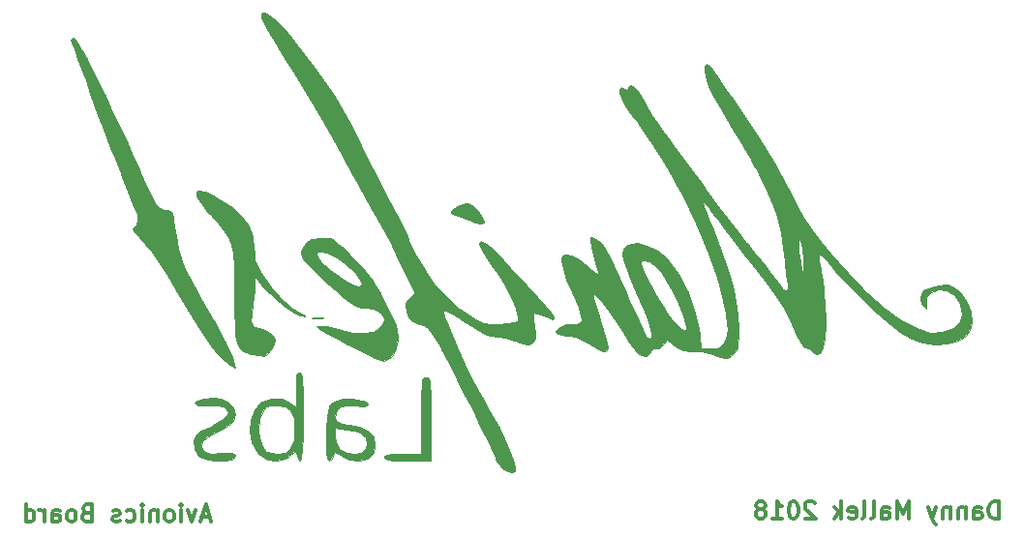
<source format=gbo>
G04 #@! TF.FileFunction,Legend,Bot*
%FSLAX46Y46*%
G04 Gerber Fmt 4.6, Leading zero omitted, Abs format (unit mm)*
G04 Created by KiCad (PCBNEW 4.0.7) date 06/23/18 17:57:27*
%MOMM*%
%LPD*%
G01*
G04 APERTURE LIST*
%ADD10C,0.100000*%
%ADD11C,0.300000*%
%ADD12C,0.010000*%
G04 APERTURE END LIST*
D10*
D11*
X82493429Y-102040500D02*
X81779143Y-102040500D01*
X82636286Y-102469071D02*
X82136286Y-100969071D01*
X81636286Y-102469071D01*
X81279143Y-101469071D02*
X80922000Y-102469071D01*
X80564858Y-101469071D01*
X79993429Y-102469071D02*
X79993429Y-101469071D01*
X79993429Y-100969071D02*
X80064858Y-101040500D01*
X79993429Y-101111929D01*
X79922001Y-101040500D01*
X79993429Y-100969071D01*
X79993429Y-101111929D01*
X79064857Y-102469071D02*
X79207715Y-102397643D01*
X79279143Y-102326214D01*
X79350572Y-102183357D01*
X79350572Y-101754786D01*
X79279143Y-101611929D01*
X79207715Y-101540500D01*
X79064857Y-101469071D01*
X78850572Y-101469071D01*
X78707715Y-101540500D01*
X78636286Y-101611929D01*
X78564857Y-101754786D01*
X78564857Y-102183357D01*
X78636286Y-102326214D01*
X78707715Y-102397643D01*
X78850572Y-102469071D01*
X79064857Y-102469071D01*
X77922000Y-101469071D02*
X77922000Y-102469071D01*
X77922000Y-101611929D02*
X77850572Y-101540500D01*
X77707714Y-101469071D01*
X77493429Y-101469071D01*
X77350572Y-101540500D01*
X77279143Y-101683357D01*
X77279143Y-102469071D01*
X76564857Y-102469071D02*
X76564857Y-101469071D01*
X76564857Y-100969071D02*
X76636286Y-101040500D01*
X76564857Y-101111929D01*
X76493429Y-101040500D01*
X76564857Y-100969071D01*
X76564857Y-101111929D01*
X75207714Y-102397643D02*
X75350571Y-102469071D01*
X75636285Y-102469071D01*
X75779143Y-102397643D01*
X75850571Y-102326214D01*
X75922000Y-102183357D01*
X75922000Y-101754786D01*
X75850571Y-101611929D01*
X75779143Y-101540500D01*
X75636285Y-101469071D01*
X75350571Y-101469071D01*
X75207714Y-101540500D01*
X74636286Y-102397643D02*
X74493429Y-102469071D01*
X74207714Y-102469071D01*
X74064857Y-102397643D01*
X73993429Y-102254786D01*
X73993429Y-102183357D01*
X74064857Y-102040500D01*
X74207714Y-101969071D01*
X74422000Y-101969071D01*
X74564857Y-101897643D01*
X74636286Y-101754786D01*
X74636286Y-101683357D01*
X74564857Y-101540500D01*
X74422000Y-101469071D01*
X74207714Y-101469071D01*
X74064857Y-101540500D01*
X71707714Y-101683357D02*
X71493428Y-101754786D01*
X71422000Y-101826214D01*
X71350571Y-101969071D01*
X71350571Y-102183357D01*
X71422000Y-102326214D01*
X71493428Y-102397643D01*
X71636286Y-102469071D01*
X72207714Y-102469071D01*
X72207714Y-100969071D01*
X71707714Y-100969071D01*
X71564857Y-101040500D01*
X71493428Y-101111929D01*
X71422000Y-101254786D01*
X71422000Y-101397643D01*
X71493428Y-101540500D01*
X71564857Y-101611929D01*
X71707714Y-101683357D01*
X72207714Y-101683357D01*
X70493428Y-102469071D02*
X70636286Y-102397643D01*
X70707714Y-102326214D01*
X70779143Y-102183357D01*
X70779143Y-101754786D01*
X70707714Y-101611929D01*
X70636286Y-101540500D01*
X70493428Y-101469071D01*
X70279143Y-101469071D01*
X70136286Y-101540500D01*
X70064857Y-101611929D01*
X69993428Y-101754786D01*
X69993428Y-102183357D01*
X70064857Y-102326214D01*
X70136286Y-102397643D01*
X70279143Y-102469071D01*
X70493428Y-102469071D01*
X68707714Y-102469071D02*
X68707714Y-101683357D01*
X68779143Y-101540500D01*
X68922000Y-101469071D01*
X69207714Y-101469071D01*
X69350571Y-101540500D01*
X68707714Y-102397643D02*
X68850571Y-102469071D01*
X69207714Y-102469071D01*
X69350571Y-102397643D01*
X69422000Y-102254786D01*
X69422000Y-102111929D01*
X69350571Y-101969071D01*
X69207714Y-101897643D01*
X68850571Y-101897643D01*
X68707714Y-101826214D01*
X67993428Y-102469071D02*
X67993428Y-101469071D01*
X67993428Y-101754786D02*
X67922000Y-101611929D01*
X67850571Y-101540500D01*
X67707714Y-101469071D01*
X67564857Y-101469071D01*
X66422000Y-102469071D02*
X66422000Y-100969071D01*
X66422000Y-102397643D02*
X66564857Y-102469071D01*
X66850571Y-102469071D01*
X66993429Y-102397643D01*
X67064857Y-102326214D01*
X67136286Y-102183357D01*
X67136286Y-101754786D01*
X67064857Y-101611929D01*
X66993429Y-101540500D01*
X66850571Y-101469071D01*
X66564857Y-101469071D01*
X66422000Y-101540500D01*
X151477927Y-102215071D02*
X151477927Y-100715071D01*
X151120784Y-100715071D01*
X150906499Y-100786500D01*
X150763641Y-100929357D01*
X150692213Y-101072214D01*
X150620784Y-101357929D01*
X150620784Y-101572214D01*
X150692213Y-101857929D01*
X150763641Y-102000786D01*
X150906499Y-102143643D01*
X151120784Y-102215071D01*
X151477927Y-102215071D01*
X149335070Y-102215071D02*
X149335070Y-101429357D01*
X149406499Y-101286500D01*
X149549356Y-101215071D01*
X149835070Y-101215071D01*
X149977927Y-101286500D01*
X149335070Y-102143643D02*
X149477927Y-102215071D01*
X149835070Y-102215071D01*
X149977927Y-102143643D01*
X150049356Y-102000786D01*
X150049356Y-101857929D01*
X149977927Y-101715071D01*
X149835070Y-101643643D01*
X149477927Y-101643643D01*
X149335070Y-101572214D01*
X148620784Y-101215071D02*
X148620784Y-102215071D01*
X148620784Y-101357929D02*
X148549356Y-101286500D01*
X148406498Y-101215071D01*
X148192213Y-101215071D01*
X148049356Y-101286500D01*
X147977927Y-101429357D01*
X147977927Y-102215071D01*
X147263641Y-101215071D02*
X147263641Y-102215071D01*
X147263641Y-101357929D02*
X147192213Y-101286500D01*
X147049355Y-101215071D01*
X146835070Y-101215071D01*
X146692213Y-101286500D01*
X146620784Y-101429357D01*
X146620784Y-102215071D01*
X146049355Y-101215071D02*
X145692212Y-102215071D01*
X145335070Y-101215071D02*
X145692212Y-102215071D01*
X145835070Y-102572214D01*
X145906498Y-102643643D01*
X146049355Y-102715071D01*
X143620784Y-102215071D02*
X143620784Y-100715071D01*
X143120784Y-101786500D01*
X142620784Y-100715071D01*
X142620784Y-102215071D01*
X141263641Y-102215071D02*
X141263641Y-101429357D01*
X141335070Y-101286500D01*
X141477927Y-101215071D01*
X141763641Y-101215071D01*
X141906498Y-101286500D01*
X141263641Y-102143643D02*
X141406498Y-102215071D01*
X141763641Y-102215071D01*
X141906498Y-102143643D01*
X141977927Y-102000786D01*
X141977927Y-101857929D01*
X141906498Y-101715071D01*
X141763641Y-101643643D01*
X141406498Y-101643643D01*
X141263641Y-101572214D01*
X140335069Y-102215071D02*
X140477927Y-102143643D01*
X140549355Y-102000786D01*
X140549355Y-100715071D01*
X139549355Y-102215071D02*
X139692213Y-102143643D01*
X139763641Y-102000786D01*
X139763641Y-100715071D01*
X138406499Y-102143643D02*
X138549356Y-102215071D01*
X138835070Y-102215071D01*
X138977927Y-102143643D01*
X139049356Y-102000786D01*
X139049356Y-101429357D01*
X138977927Y-101286500D01*
X138835070Y-101215071D01*
X138549356Y-101215071D01*
X138406499Y-101286500D01*
X138335070Y-101429357D01*
X138335070Y-101572214D01*
X139049356Y-101715071D01*
X137692213Y-102215071D02*
X137692213Y-100715071D01*
X137549356Y-101643643D02*
X137120785Y-102215071D01*
X137120785Y-101215071D02*
X137692213Y-101786500D01*
X135406499Y-100857929D02*
X135335070Y-100786500D01*
X135192213Y-100715071D01*
X134835070Y-100715071D01*
X134692213Y-100786500D01*
X134620784Y-100857929D01*
X134549356Y-101000786D01*
X134549356Y-101143643D01*
X134620784Y-101357929D01*
X135477927Y-102215071D01*
X134549356Y-102215071D01*
X133620785Y-100715071D02*
X133477928Y-100715071D01*
X133335071Y-100786500D01*
X133263642Y-100857929D01*
X133192213Y-101000786D01*
X133120785Y-101286500D01*
X133120785Y-101643643D01*
X133192213Y-101929357D01*
X133263642Y-102072214D01*
X133335071Y-102143643D01*
X133477928Y-102215071D01*
X133620785Y-102215071D01*
X133763642Y-102143643D01*
X133835071Y-102072214D01*
X133906499Y-101929357D01*
X133977928Y-101643643D01*
X133977928Y-101286500D01*
X133906499Y-101000786D01*
X133835071Y-100857929D01*
X133763642Y-100786500D01*
X133620785Y-100715071D01*
X131692214Y-102215071D02*
X132549357Y-102215071D01*
X132120785Y-102215071D02*
X132120785Y-100715071D01*
X132263642Y-100929357D01*
X132406500Y-101072214D01*
X132549357Y-101143643D01*
X130835071Y-101357929D02*
X130977929Y-101286500D01*
X131049357Y-101215071D01*
X131120786Y-101072214D01*
X131120786Y-101000786D01*
X131049357Y-100857929D01*
X130977929Y-100786500D01*
X130835071Y-100715071D01*
X130549357Y-100715071D01*
X130406500Y-100786500D01*
X130335071Y-100857929D01*
X130263643Y-101000786D01*
X130263643Y-101072214D01*
X130335071Y-101215071D01*
X130406500Y-101286500D01*
X130549357Y-101357929D01*
X130835071Y-101357929D01*
X130977929Y-101429357D01*
X131049357Y-101500786D01*
X131120786Y-101643643D01*
X131120786Y-101929357D01*
X131049357Y-102072214D01*
X130977929Y-102143643D01*
X130835071Y-102215071D01*
X130549357Y-102215071D01*
X130406500Y-102143643D01*
X130335071Y-102072214D01*
X130263643Y-101929357D01*
X130263643Y-101643643D01*
X130335071Y-101500786D01*
X130406500Y-101429357D01*
X130549357Y-101357929D01*
D12*
G36*
X86969600Y-58109187D02*
X87035605Y-58370709D01*
X87243198Y-58827957D01*
X87606748Y-59505982D01*
X88140624Y-60429836D01*
X88859193Y-61624574D01*
X89776826Y-63115248D01*
X90576203Y-64397595D01*
X91483048Y-65890334D01*
X92545281Y-67716795D01*
X93743865Y-69843631D01*
X95059765Y-72237499D01*
X95214051Y-72521580D01*
X95693106Y-73398769D01*
X96218200Y-74350652D01*
X96745112Y-75298175D01*
X97229622Y-76162283D01*
X97627512Y-76863922D01*
X97894560Y-77324039D01*
X97960694Y-77431900D01*
X98142278Y-77762344D01*
X98431271Y-78339100D01*
X98765969Y-79038935D01*
X98774649Y-79057500D01*
X99184076Y-79924133D01*
X99618087Y-80828097D01*
X99916421Y-81438944D01*
X100441026Y-82499589D01*
X99962543Y-82887041D01*
X99660207Y-83188241D01*
X99579514Y-83517533D01*
X99677433Y-84051963D01*
X99678431Y-84055975D01*
X99852128Y-84562508D01*
X100138235Y-84870953D01*
X100668590Y-85111824D01*
X100787200Y-85153601D01*
X101208429Y-85319488D01*
X101538032Y-85528921D01*
X101842076Y-85856823D01*
X102186625Y-86378116D01*
X102637745Y-87167723D01*
X102763115Y-87394422D01*
X103169442Y-88148814D01*
X103666745Y-89099633D01*
X104226184Y-90188817D01*
X104818923Y-91358306D01*
X105416123Y-92550036D01*
X105988945Y-93705948D01*
X106508553Y-94767979D01*
X106946107Y-95678068D01*
X107272770Y-96378153D01*
X107459704Y-96810174D01*
X107492800Y-96916993D01*
X107607731Y-97179858D01*
X107887099Y-97588417D01*
X107913949Y-97622896D01*
X108356931Y-98012667D01*
X108815869Y-98158881D01*
X109166819Y-98028377D01*
X109210868Y-97969877D01*
X109206501Y-97653531D01*
X109025322Y-97048544D01*
X108695780Y-96217033D01*
X108246325Y-95221110D01*
X107705404Y-94122892D01*
X107101466Y-92984494D01*
X106462960Y-91868029D01*
X106269356Y-91547365D01*
X105883238Y-90902837D01*
X105597433Y-90399680D01*
X105464457Y-90130968D01*
X105460800Y-90114338D01*
X105379571Y-89900761D01*
X105155448Y-89384835D01*
X104817784Y-88632308D01*
X104395927Y-87708925D01*
X104131725Y-87137123D01*
X103677109Y-86132369D01*
X103297229Y-85245318D01*
X103020496Y-84546178D01*
X102875317Y-84105155D01*
X102861725Y-83998555D01*
X103049908Y-83970174D01*
X103541021Y-84201312D01*
X104328197Y-84688451D01*
X104714377Y-84947349D01*
X105498381Y-85457182D01*
X106199784Y-85869252D01*
X106727600Y-86132515D01*
X106949577Y-86201305D01*
X107771643Y-86274244D01*
X108350255Y-86371590D01*
X108848255Y-86526786D01*
X109162674Y-86655767D01*
X109871008Y-86915295D01*
X110352053Y-86952672D01*
X110717356Y-86770134D01*
X110805381Y-86688691D01*
X110971546Y-86415484D01*
X110999490Y-85991106D01*
X110908498Y-85347021D01*
X110815877Y-84742839D01*
X110784091Y-84325357D01*
X110801404Y-84215562D01*
X111022599Y-84232943D01*
X111470134Y-84379179D01*
X111620675Y-84439632D01*
X112115847Y-84636041D01*
X112430399Y-84741419D01*
X112464674Y-84747100D01*
X112589806Y-84650893D01*
X112464569Y-84350738D01*
X112076122Y-83829333D01*
X111411623Y-83069377D01*
X110490000Y-82086724D01*
X109696121Y-81249077D01*
X108954039Y-80450223D01*
X108333558Y-79766406D01*
X107904482Y-79273869D01*
X107820212Y-79170637D01*
X107324104Y-78640040D01*
X106797836Y-78215304D01*
X106651812Y-78128523D01*
X106252987Y-77944463D01*
X106095832Y-77972996D01*
X106070400Y-78172100D01*
X106184887Y-78487577D01*
X106489513Y-79025062D01*
X106926029Y-79684905D01*
X107082356Y-79903292D01*
X107790817Y-80943663D01*
X108410433Y-81985274D01*
X108912592Y-82965291D01*
X109268681Y-83820882D01*
X109450088Y-84489213D01*
X109428201Y-84907450D01*
X109387574Y-84965606D01*
X109104321Y-85061938D01*
X108539166Y-85137998D01*
X107843858Y-85176244D01*
X107039381Y-85167939D01*
X106445406Y-85066904D01*
X105868203Y-84822344D01*
X105338202Y-84519245D01*
X104226508Y-83734362D01*
X103129469Y-82754993D01*
X102168409Y-81700555D01*
X101485573Y-80727187D01*
X101124204Y-80125976D01*
X100804532Y-79638880D01*
X100672908Y-79463900D01*
X100460116Y-79111403D01*
X100186517Y-78523699D01*
X99992969Y-78041500D01*
X99745624Y-77465994D01*
X99345541Y-76630990D01*
X98839833Y-75630856D01*
X98275618Y-74559958D01*
X98014632Y-74079100D01*
X97402292Y-72937227D01*
X96792093Y-71755885D01*
X96243452Y-70652948D01*
X95815789Y-69746290D01*
X95709973Y-69507100D01*
X94659004Y-67353011D01*
X93320705Y-65108049D01*
X91674009Y-62740329D01*
X89697847Y-60217966D01*
X89089726Y-59488084D01*
X88427700Y-58767188D01*
X87837461Y-58242845D01*
X87366425Y-57945896D01*
X87062009Y-57907179D01*
X86969600Y-58109187D01*
X86969600Y-58109187D01*
G37*
X86969600Y-58109187D02*
X87035605Y-58370709D01*
X87243198Y-58827957D01*
X87606748Y-59505982D01*
X88140624Y-60429836D01*
X88859193Y-61624574D01*
X89776826Y-63115248D01*
X90576203Y-64397595D01*
X91483048Y-65890334D01*
X92545281Y-67716795D01*
X93743865Y-69843631D01*
X95059765Y-72237499D01*
X95214051Y-72521580D01*
X95693106Y-73398769D01*
X96218200Y-74350652D01*
X96745112Y-75298175D01*
X97229622Y-76162283D01*
X97627512Y-76863922D01*
X97894560Y-77324039D01*
X97960694Y-77431900D01*
X98142278Y-77762344D01*
X98431271Y-78339100D01*
X98765969Y-79038935D01*
X98774649Y-79057500D01*
X99184076Y-79924133D01*
X99618087Y-80828097D01*
X99916421Y-81438944D01*
X100441026Y-82499589D01*
X99962543Y-82887041D01*
X99660207Y-83188241D01*
X99579514Y-83517533D01*
X99677433Y-84051963D01*
X99678431Y-84055975D01*
X99852128Y-84562508D01*
X100138235Y-84870953D01*
X100668590Y-85111824D01*
X100787200Y-85153601D01*
X101208429Y-85319488D01*
X101538032Y-85528921D01*
X101842076Y-85856823D01*
X102186625Y-86378116D01*
X102637745Y-87167723D01*
X102763115Y-87394422D01*
X103169442Y-88148814D01*
X103666745Y-89099633D01*
X104226184Y-90188817D01*
X104818923Y-91358306D01*
X105416123Y-92550036D01*
X105988945Y-93705948D01*
X106508553Y-94767979D01*
X106946107Y-95678068D01*
X107272770Y-96378153D01*
X107459704Y-96810174D01*
X107492800Y-96916993D01*
X107607731Y-97179858D01*
X107887099Y-97588417D01*
X107913949Y-97622896D01*
X108356931Y-98012667D01*
X108815869Y-98158881D01*
X109166819Y-98028377D01*
X109210868Y-97969877D01*
X109206501Y-97653531D01*
X109025322Y-97048544D01*
X108695780Y-96217033D01*
X108246325Y-95221110D01*
X107705404Y-94122892D01*
X107101466Y-92984494D01*
X106462960Y-91868029D01*
X106269356Y-91547365D01*
X105883238Y-90902837D01*
X105597433Y-90399680D01*
X105464457Y-90130968D01*
X105460800Y-90114338D01*
X105379571Y-89900761D01*
X105155448Y-89384835D01*
X104817784Y-88632308D01*
X104395927Y-87708925D01*
X104131725Y-87137123D01*
X103677109Y-86132369D01*
X103297229Y-85245318D01*
X103020496Y-84546178D01*
X102875317Y-84105155D01*
X102861725Y-83998555D01*
X103049908Y-83970174D01*
X103541021Y-84201312D01*
X104328197Y-84688451D01*
X104714377Y-84947349D01*
X105498381Y-85457182D01*
X106199784Y-85869252D01*
X106727600Y-86132515D01*
X106949577Y-86201305D01*
X107771643Y-86274244D01*
X108350255Y-86371590D01*
X108848255Y-86526786D01*
X109162674Y-86655767D01*
X109871008Y-86915295D01*
X110352053Y-86952672D01*
X110717356Y-86770134D01*
X110805381Y-86688691D01*
X110971546Y-86415484D01*
X110999490Y-85991106D01*
X110908498Y-85347021D01*
X110815877Y-84742839D01*
X110784091Y-84325357D01*
X110801404Y-84215562D01*
X111022599Y-84232943D01*
X111470134Y-84379179D01*
X111620675Y-84439632D01*
X112115847Y-84636041D01*
X112430399Y-84741419D01*
X112464674Y-84747100D01*
X112589806Y-84650893D01*
X112464569Y-84350738D01*
X112076122Y-83829333D01*
X111411623Y-83069377D01*
X110490000Y-82086724D01*
X109696121Y-81249077D01*
X108954039Y-80450223D01*
X108333558Y-79766406D01*
X107904482Y-79273869D01*
X107820212Y-79170637D01*
X107324104Y-78640040D01*
X106797836Y-78215304D01*
X106651812Y-78128523D01*
X106252987Y-77944463D01*
X106095832Y-77972996D01*
X106070400Y-78172100D01*
X106184887Y-78487577D01*
X106489513Y-79025062D01*
X106926029Y-79684905D01*
X107082356Y-79903292D01*
X107790817Y-80943663D01*
X108410433Y-81985274D01*
X108912592Y-82965291D01*
X109268681Y-83820882D01*
X109450088Y-84489213D01*
X109428201Y-84907450D01*
X109387574Y-84965606D01*
X109104321Y-85061938D01*
X108539166Y-85137998D01*
X107843858Y-85176244D01*
X107039381Y-85167939D01*
X106445406Y-85066904D01*
X105868203Y-84822344D01*
X105338202Y-84519245D01*
X104226508Y-83734362D01*
X103129469Y-82754993D01*
X102168409Y-81700555D01*
X101485573Y-80727187D01*
X101124204Y-80125976D01*
X100804532Y-79638880D01*
X100672908Y-79463900D01*
X100460116Y-79111403D01*
X100186517Y-78523699D01*
X99992969Y-78041500D01*
X99745624Y-77465994D01*
X99345541Y-76630990D01*
X98839833Y-75630856D01*
X98275618Y-74559958D01*
X98014632Y-74079100D01*
X97402292Y-72937227D01*
X96792093Y-71755885D01*
X96243452Y-70652948D01*
X95815789Y-69746290D01*
X95709973Y-69507100D01*
X94659004Y-67353011D01*
X93320705Y-65108049D01*
X91674009Y-62740329D01*
X89697847Y-60217966D01*
X89089726Y-59488084D01*
X88427700Y-58767188D01*
X87837461Y-58242845D01*
X87366425Y-57945896D01*
X87062009Y-57907179D01*
X86969600Y-58109187D01*
G36*
X101246825Y-89845631D02*
X101139127Y-89939625D01*
X101066726Y-90166682D01*
X101022640Y-90584399D01*
X100999886Y-91250377D01*
X100991484Y-92222214D01*
X100990400Y-93179900D01*
X100990400Y-96532700D01*
X99364800Y-96532700D01*
X98530719Y-96547056D01*
X98030156Y-96599144D01*
X97790950Y-96702496D01*
X97739200Y-96837500D01*
X97806348Y-96979634D01*
X98052355Y-97070887D01*
X98544065Y-97121286D01*
X99348322Y-97140857D01*
X99771200Y-97142300D01*
X101803200Y-97142300D01*
X101803200Y-93484700D01*
X101801276Y-92184395D01*
X101791414Y-91235312D01*
X101767486Y-90582277D01*
X101723360Y-90170117D01*
X101652906Y-89943657D01*
X101549993Y-89847724D01*
X101408492Y-89827144D01*
X101396800Y-89827100D01*
X101246825Y-89845631D01*
X101246825Y-89845631D01*
G37*
X101246825Y-89845631D02*
X101139127Y-89939625D01*
X101066726Y-90166682D01*
X101022640Y-90584399D01*
X100999886Y-91250377D01*
X100991484Y-92222214D01*
X100990400Y-93179900D01*
X100990400Y-96532700D01*
X99364800Y-96532700D01*
X98530719Y-96547056D01*
X98030156Y-96599144D01*
X97790950Y-96702496D01*
X97739200Y-96837500D01*
X97806348Y-96979634D01*
X98052355Y-97070887D01*
X98544065Y-97121286D01*
X99348322Y-97140857D01*
X99771200Y-97142300D01*
X101803200Y-97142300D01*
X101803200Y-93484700D01*
X101801276Y-92184395D01*
X101791414Y-91235312D01*
X101767486Y-90582277D01*
X101723360Y-90170117D01*
X101652906Y-89943657D01*
X101549993Y-89847724D01*
X101408492Y-89827144D01*
X101396800Y-89827100D01*
X101246825Y-89845631D01*
G36*
X94106369Y-91703324D02*
X93399485Y-91936366D01*
X93240512Y-92043924D01*
X93032836Y-92239826D01*
X92891878Y-92482952D01*
X92801429Y-92854436D01*
X92745282Y-93435414D01*
X92707228Y-94307023D01*
X92692515Y-94787124D01*
X92669449Y-95806703D01*
X92675237Y-96486230D01*
X92716969Y-96891472D01*
X92801739Y-97088195D01*
X92936640Y-97142165D01*
X92946515Y-97142300D01*
X93213697Y-96972522D01*
X93268800Y-96735900D01*
X93319382Y-96405266D01*
X93389150Y-96329500D01*
X93616470Y-96442879D01*
X94002758Y-96717592D01*
X94026153Y-96735900D01*
X94715023Y-97056300D01*
X95529425Y-97126004D01*
X96282341Y-96938132D01*
X96474787Y-96825977D01*
X96808641Y-96444872D01*
X96924225Y-95853802D01*
X96926400Y-95723126D01*
X96922337Y-95702071D01*
X96240038Y-95702071D01*
X96117708Y-96118624D01*
X95746024Y-96428872D01*
X95164853Y-96547600D01*
X94523423Y-96474296D01*
X93970962Y-96208449D01*
X93878400Y-96126300D01*
X93546717Y-95533523D01*
X93472000Y-94996249D01*
X93472000Y-94272598D01*
X94437200Y-94412622D01*
X95087699Y-94532847D01*
X95606700Y-94673402D01*
X95744239Y-94729657D01*
X96133418Y-95133800D01*
X96240038Y-95702071D01*
X96922337Y-95702071D01*
X96787438Y-95003035D01*
X96350428Y-94483605D01*
X95585189Y-94141401D01*
X94674176Y-93974617D01*
X94005103Y-93886376D01*
X93645380Y-93778471D01*
X93499511Y-93595735D01*
X93472001Y-93283001D01*
X93472000Y-93280134D01*
X93576618Y-92722461D01*
X93922568Y-92401555D01*
X94557994Y-92290835D01*
X95203002Y-92324382D01*
X95888120Y-92352204D01*
X96257343Y-92278121D01*
X96283119Y-92123999D01*
X95937896Y-91911705D01*
X95795572Y-91854070D01*
X94960099Y-91671803D01*
X94106369Y-91703324D01*
X94106369Y-91703324D01*
G37*
X94106369Y-91703324D02*
X93399485Y-91936366D01*
X93240512Y-92043924D01*
X93032836Y-92239826D01*
X92891878Y-92482952D01*
X92801429Y-92854436D01*
X92745282Y-93435414D01*
X92707228Y-94307023D01*
X92692515Y-94787124D01*
X92669449Y-95806703D01*
X92675237Y-96486230D01*
X92716969Y-96891472D01*
X92801739Y-97088195D01*
X92936640Y-97142165D01*
X92946515Y-97142300D01*
X93213697Y-96972522D01*
X93268800Y-96735900D01*
X93319382Y-96405266D01*
X93389150Y-96329500D01*
X93616470Y-96442879D01*
X94002758Y-96717592D01*
X94026153Y-96735900D01*
X94715023Y-97056300D01*
X95529425Y-97126004D01*
X96282341Y-96938132D01*
X96474787Y-96825977D01*
X96808641Y-96444872D01*
X96924225Y-95853802D01*
X96926400Y-95723126D01*
X96922337Y-95702071D01*
X96240038Y-95702071D01*
X96117708Y-96118624D01*
X95746024Y-96428872D01*
X95164853Y-96547600D01*
X94523423Y-96474296D01*
X93970962Y-96208449D01*
X93878400Y-96126300D01*
X93546717Y-95533523D01*
X93472000Y-94996249D01*
X93472000Y-94272598D01*
X94437200Y-94412622D01*
X95087699Y-94532847D01*
X95606700Y-94673402D01*
X95744239Y-94729657D01*
X96133418Y-95133800D01*
X96240038Y-95702071D01*
X96922337Y-95702071D01*
X96787438Y-95003035D01*
X96350428Y-94483605D01*
X95585189Y-94141401D01*
X94674176Y-93974617D01*
X94005103Y-93886376D01*
X93645380Y-93778471D01*
X93499511Y-93595735D01*
X93472001Y-93283001D01*
X93472000Y-93280134D01*
X93576618Y-92722461D01*
X93922568Y-92401555D01*
X94557994Y-92290835D01*
X95203002Y-92324382D01*
X95888120Y-92352204D01*
X96257343Y-92278121D01*
X96283119Y-92123999D01*
X95937896Y-91911705D01*
X95795572Y-91854070D01*
X94960099Y-91671803D01*
X94106369Y-91703324D01*
G36*
X90162289Y-89500027D02*
X90067986Y-89786877D01*
X90024970Y-90354554D01*
X90017600Y-90959448D01*
X90017600Y-92498196D01*
X89482197Y-92077048D01*
X88737187Y-91726884D01*
X87887796Y-91681163D01*
X87096756Y-91940125D01*
X86900302Y-92073195D01*
X86380449Y-92719822D01*
X86083136Y-93588444D01*
X86011901Y-94558710D01*
X86170285Y-95510270D01*
X86561827Y-96322773D01*
X86768174Y-96565735D01*
X87491327Y-97026193D01*
X88326116Y-97153096D01*
X89144317Y-96938511D01*
X89467494Y-96732717D01*
X89988194Y-96323134D01*
X90118190Y-96732717D01*
X90277276Y-97112508D01*
X90404626Y-97139382D01*
X90501756Y-96803061D01*
X90570181Y-96093264D01*
X90611418Y-94999714D01*
X90617734Y-94396068D01*
X89916000Y-94396068D01*
X89916000Y-94399100D01*
X89836704Y-95395507D01*
X89579330Y-96055137D01*
X89114652Y-96419372D01*
X88413442Y-96529596D01*
X88411307Y-96529588D01*
X87861240Y-96488404D01*
X87482624Y-96391826D01*
X87457220Y-96377188D01*
X87057078Y-95884985D01*
X86819536Y-95096197D01*
X86766400Y-94399100D01*
X86868884Y-93452087D01*
X87155892Y-92738882D01*
X87457220Y-92421011D01*
X87798934Y-92319747D01*
X88338680Y-92269632D01*
X88411307Y-92268611D01*
X89113163Y-92378235D01*
X89578413Y-92741764D01*
X89836283Y-93400581D01*
X89916000Y-94396068D01*
X90617734Y-94396068D01*
X90626983Y-93512131D01*
X90627200Y-93281500D01*
X90623219Y-91919192D01*
X90608601Y-90912470D01*
X90579341Y-90210575D01*
X90531431Y-89762746D01*
X90460863Y-89518223D01*
X90363630Y-89426246D01*
X90322400Y-89420700D01*
X90162289Y-89500027D01*
X90162289Y-89500027D01*
G37*
X90162289Y-89500027D02*
X90067986Y-89786877D01*
X90024970Y-90354554D01*
X90017600Y-90959448D01*
X90017600Y-92498196D01*
X89482197Y-92077048D01*
X88737187Y-91726884D01*
X87887796Y-91681163D01*
X87096756Y-91940125D01*
X86900302Y-92073195D01*
X86380449Y-92719822D01*
X86083136Y-93588444D01*
X86011901Y-94558710D01*
X86170285Y-95510270D01*
X86561827Y-96322773D01*
X86768174Y-96565735D01*
X87491327Y-97026193D01*
X88326116Y-97153096D01*
X89144317Y-96938511D01*
X89467494Y-96732717D01*
X89988194Y-96323134D01*
X90118190Y-96732717D01*
X90277276Y-97112508D01*
X90404626Y-97139382D01*
X90501756Y-96803061D01*
X90570181Y-96093264D01*
X90611418Y-94999714D01*
X90617734Y-94396068D01*
X89916000Y-94396068D01*
X89916000Y-94399100D01*
X89836704Y-95395507D01*
X89579330Y-96055137D01*
X89114652Y-96419372D01*
X88413442Y-96529596D01*
X88411307Y-96529588D01*
X87861240Y-96488404D01*
X87482624Y-96391826D01*
X87457220Y-96377188D01*
X87057078Y-95884985D01*
X86819536Y-95096197D01*
X86766400Y-94399100D01*
X86868884Y-93452087D01*
X87155892Y-92738882D01*
X87457220Y-92421011D01*
X87798934Y-92319747D01*
X88338680Y-92269632D01*
X88411307Y-92268611D01*
X89113163Y-92378235D01*
X89578413Y-92741764D01*
X89836283Y-93400581D01*
X89916000Y-94396068D01*
X90617734Y-94396068D01*
X90626983Y-93512131D01*
X90627200Y-93281500D01*
X90623219Y-91919192D01*
X90608601Y-90912470D01*
X90579341Y-90210575D01*
X90531431Y-89762746D01*
X90460863Y-89518223D01*
X90363630Y-89426246D01*
X90322400Y-89420700D01*
X90162289Y-89500027D01*
G36*
X81951886Y-91709837D02*
X81392508Y-91849162D01*
X81186299Y-92065574D01*
X81199488Y-92145580D01*
X81450257Y-92293276D01*
X82060095Y-92328179D01*
X82463634Y-92307416D01*
X83206324Y-92286126D01*
X83656716Y-92367548D01*
X83901741Y-92546370D01*
X84078736Y-92897604D01*
X83972473Y-93236341D01*
X83549791Y-93601935D01*
X82777529Y-94033740D01*
X82557821Y-94141340D01*
X81788477Y-94544101D01*
X81336613Y-94872678D01*
X81134000Y-95180916D01*
X81110759Y-95283368D01*
X81137951Y-96103268D01*
X81470398Y-96688901D01*
X81792690Y-96904263D01*
X82321415Y-97041293D01*
X83052683Y-97114222D01*
X83801791Y-97115942D01*
X84384040Y-97039343D01*
X84480400Y-97007724D01*
X84716501Y-96745259D01*
X84734400Y-96640765D01*
X84627961Y-96496836D01*
X84264034Y-96442630D01*
X83575703Y-96469647D01*
X83458574Y-96478709D01*
X82694554Y-96514497D01*
X82227103Y-96460263D01*
X81953476Y-96301546D01*
X81917795Y-96261871D01*
X81707350Y-95835925D01*
X81831668Y-95429136D01*
X82313066Y-95009213D01*
X83071302Y-94592769D01*
X83742185Y-94241084D01*
X84269935Y-93912999D01*
X84540829Y-93679251D01*
X84541391Y-93678369D01*
X84730968Y-93069155D01*
X84572624Y-92496225D01*
X84123638Y-92027071D01*
X83441287Y-91729190D01*
X82827397Y-91658674D01*
X81951886Y-91709837D01*
X81951886Y-91709837D01*
G37*
X81951886Y-91709837D02*
X81392508Y-91849162D01*
X81186299Y-92065574D01*
X81199488Y-92145580D01*
X81450257Y-92293276D01*
X82060095Y-92328179D01*
X82463634Y-92307416D01*
X83206324Y-92286126D01*
X83656716Y-92367548D01*
X83901741Y-92546370D01*
X84078736Y-92897604D01*
X83972473Y-93236341D01*
X83549791Y-93601935D01*
X82777529Y-94033740D01*
X82557821Y-94141340D01*
X81788477Y-94544101D01*
X81336613Y-94872678D01*
X81134000Y-95180916D01*
X81110759Y-95283368D01*
X81137951Y-96103268D01*
X81470398Y-96688901D01*
X81792690Y-96904263D01*
X82321415Y-97041293D01*
X83052683Y-97114222D01*
X83801791Y-97115942D01*
X84384040Y-97039343D01*
X84480400Y-97007724D01*
X84716501Y-96745259D01*
X84734400Y-96640765D01*
X84627961Y-96496836D01*
X84264034Y-96442630D01*
X83575703Y-96469647D01*
X83458574Y-96478709D01*
X82694554Y-96514497D01*
X82227103Y-96460263D01*
X81953476Y-96301546D01*
X81917795Y-96261871D01*
X81707350Y-95835925D01*
X81831668Y-95429136D01*
X82313066Y-95009213D01*
X83071302Y-94592769D01*
X83742185Y-94241084D01*
X84269935Y-93912999D01*
X84540829Y-93679251D01*
X84541391Y-93678369D01*
X84730968Y-93069155D01*
X84572624Y-92496225D01*
X84123638Y-92027071D01*
X83441287Y-91729190D01*
X82827397Y-91658674D01*
X81951886Y-91709837D01*
G36*
X70366277Y-60178939D02*
X70330621Y-60292053D01*
X70410324Y-60583230D01*
X70620844Y-61136462D01*
X70734186Y-61422377D01*
X70947285Y-61984712D01*
X71257847Y-62838343D01*
X71632457Y-63889816D01*
X72037701Y-65045676D01*
X72280782Y-65747900D01*
X72682209Y-66891771D01*
X73069997Y-67957561D01*
X73412457Y-68860985D01*
X73677898Y-69517755D01*
X73793469Y-69771180D01*
X74042529Y-70320943D01*
X74363862Y-71113430D01*
X74700437Y-72006089D01*
X74809655Y-72311180D01*
X75136762Y-73202121D01*
X75466602Y-74038996D01*
X75742900Y-74680836D01*
X75816383Y-74833004D01*
X76120246Y-75616233D01*
X76175716Y-76239998D01*
X75981264Y-76636147D01*
X75858418Y-76706697D01*
X75735256Y-76822969D01*
X75811951Y-77046676D01*
X76123280Y-77433634D01*
X76663252Y-77998437D01*
X77317747Y-78748923D01*
X78046474Y-79758879D01*
X78877614Y-81069741D01*
X79653386Y-82394823D01*
X80815116Y-84376362D01*
X81830115Y-85985025D01*
X82701769Y-87225595D01*
X83433466Y-88102854D01*
X84028591Y-88621586D01*
X84088281Y-88658384D01*
X84694437Y-89013669D01*
X84417174Y-88092393D01*
X84209625Y-87564444D01*
X83843122Y-86788096D01*
X83367522Y-85863605D01*
X82832680Y-84891227D01*
X82775274Y-84790709D01*
X81922711Y-83297982D01*
X81250355Y-82100123D01*
X80733307Y-81141153D01*
X80346669Y-80365092D01*
X80065544Y-79715962D01*
X79865033Y-79137783D01*
X79720238Y-78574578D01*
X79606261Y-77970367D01*
X79532519Y-77499958D01*
X79395941Y-76644706D01*
X79268430Y-75940767D01*
X79168403Y-75485500D01*
X79130269Y-75373797D01*
X78863141Y-75235292D01*
X78541381Y-75196700D01*
X78265301Y-75143254D01*
X77996153Y-74951618D01*
X77704259Y-74574849D01*
X77359937Y-73965998D01*
X76933507Y-73078122D01*
X76395288Y-71864274D01*
X76310145Y-71667542D01*
X75847177Y-70619233D01*
X75284871Y-69383340D01*
X74655864Y-68028026D01*
X73992793Y-66621455D01*
X73328294Y-65231790D01*
X72695003Y-63927195D01*
X72125558Y-62775833D01*
X71652595Y-61845868D01*
X71308750Y-61205463D01*
X71262442Y-61125100D01*
X70917399Y-60592217D01*
X70627968Y-60241673D01*
X70501835Y-60159900D01*
X70366277Y-60178939D01*
X70366277Y-60178939D01*
G37*
X70366277Y-60178939D02*
X70330621Y-60292053D01*
X70410324Y-60583230D01*
X70620844Y-61136462D01*
X70734186Y-61422377D01*
X70947285Y-61984712D01*
X71257847Y-62838343D01*
X71632457Y-63889816D01*
X72037701Y-65045676D01*
X72280782Y-65747900D01*
X72682209Y-66891771D01*
X73069997Y-67957561D01*
X73412457Y-68860985D01*
X73677898Y-69517755D01*
X73793469Y-69771180D01*
X74042529Y-70320943D01*
X74363862Y-71113430D01*
X74700437Y-72006089D01*
X74809655Y-72311180D01*
X75136762Y-73202121D01*
X75466602Y-74038996D01*
X75742900Y-74680836D01*
X75816383Y-74833004D01*
X76120246Y-75616233D01*
X76175716Y-76239998D01*
X75981264Y-76636147D01*
X75858418Y-76706697D01*
X75735256Y-76822969D01*
X75811951Y-77046676D01*
X76123280Y-77433634D01*
X76663252Y-77998437D01*
X77317747Y-78748923D01*
X78046474Y-79758879D01*
X78877614Y-81069741D01*
X79653386Y-82394823D01*
X80815116Y-84376362D01*
X81830115Y-85985025D01*
X82701769Y-87225595D01*
X83433466Y-88102854D01*
X84028591Y-88621586D01*
X84088281Y-88658384D01*
X84694437Y-89013669D01*
X84417174Y-88092393D01*
X84209625Y-87564444D01*
X83843122Y-86788096D01*
X83367522Y-85863605D01*
X82832680Y-84891227D01*
X82775274Y-84790709D01*
X81922711Y-83297982D01*
X81250355Y-82100123D01*
X80733307Y-81141153D01*
X80346669Y-80365092D01*
X80065544Y-79715962D01*
X79865033Y-79137783D01*
X79720238Y-78574578D01*
X79606261Y-77970367D01*
X79532519Y-77499958D01*
X79395941Y-76644706D01*
X79268430Y-75940767D01*
X79168403Y-75485500D01*
X79130269Y-75373797D01*
X78863141Y-75235292D01*
X78541381Y-75196700D01*
X78265301Y-75143254D01*
X77996153Y-74951618D01*
X77704259Y-74574849D01*
X77359937Y-73965998D01*
X76933507Y-73078122D01*
X76395288Y-71864274D01*
X76310145Y-71667542D01*
X75847177Y-70619233D01*
X75284871Y-69383340D01*
X74655864Y-68028026D01*
X73992793Y-66621455D01*
X73328294Y-65231790D01*
X72695003Y-63927195D01*
X72125558Y-62775833D01*
X71652595Y-61845868D01*
X71308750Y-61205463D01*
X71262442Y-61125100D01*
X70917399Y-60592217D01*
X70627968Y-60241673D01*
X70501835Y-60159900D01*
X70366277Y-60178939D01*
G36*
X91413291Y-77730867D02*
X90864347Y-78048826D01*
X90541931Y-78634966D01*
X90496789Y-78795148D01*
X90474351Y-79032648D01*
X90549690Y-79294533D01*
X90757374Y-79619721D01*
X91131972Y-80047128D01*
X91708053Y-80615671D01*
X92520186Y-81364267D01*
X93602937Y-82331832D01*
X93768953Y-82478896D01*
X94467276Y-83079915D01*
X94970539Y-83452044D01*
X95376105Y-83648617D01*
X95781339Y-83722965D01*
X96054953Y-83731100D01*
X96808785Y-83854183D01*
X97392876Y-84180160D01*
X97709403Y-84644117D01*
X97739200Y-84848700D01*
X97604686Y-85209269D01*
X97332800Y-85559900D01*
X96802221Y-85843423D01*
X96007556Y-85967033D01*
X95061446Y-85923254D01*
X94272232Y-85762971D01*
X93433400Y-85550337D01*
X92693973Y-85399368D01*
X92131175Y-85321413D01*
X91822230Y-85327823D01*
X91809412Y-85400991D01*
X92119371Y-85623670D01*
X92701851Y-85970293D01*
X93476616Y-86399602D01*
X94363431Y-86870335D01*
X95282061Y-87341234D01*
X96152271Y-87771040D01*
X96893824Y-88118491D01*
X97426487Y-88342331D01*
X97650568Y-88404700D01*
X98111933Y-88260075D01*
X98448537Y-88000358D01*
X98690774Y-87552590D01*
X98867995Y-86902331D01*
X98905689Y-86628758D01*
X98925884Y-86181171D01*
X98875716Y-85753370D01*
X98726756Y-85257742D01*
X98450575Y-84606675D01*
X98018747Y-83712557D01*
X97849485Y-83373635D01*
X97286720Y-82293217D01*
X96929905Y-81697465D01*
X95784759Y-81697465D01*
X95587161Y-81887957D01*
X95436575Y-81902300D01*
X95148964Y-81797326D01*
X94641097Y-81523298D01*
X94076967Y-81174082D01*
X93010041Y-80419183D01*
X92278473Y-79773505D01*
X91899018Y-79253128D01*
X91846400Y-79033667D01*
X91988978Y-78802122D01*
X92371705Y-78802514D01*
X92927070Y-79001247D01*
X93587563Y-79364727D01*
X94285674Y-79859360D01*
X94953892Y-80451549D01*
X95186470Y-80695766D01*
X95650292Y-81295707D01*
X95784759Y-81697465D01*
X96929905Y-81697465D01*
X96785809Y-81456879D01*
X96252788Y-80733357D01*
X95593695Y-79991387D01*
X94976719Y-79360435D01*
X94242089Y-78631992D01*
X93717262Y-78144230D01*
X93326232Y-77848906D01*
X92992997Y-77697776D01*
X92641556Y-77642597D01*
X92258606Y-77635100D01*
X91413291Y-77730867D01*
X91413291Y-77730867D01*
G37*
X91413291Y-77730867D02*
X90864347Y-78048826D01*
X90541931Y-78634966D01*
X90496789Y-78795148D01*
X90474351Y-79032648D01*
X90549690Y-79294533D01*
X90757374Y-79619721D01*
X91131972Y-80047128D01*
X91708053Y-80615671D01*
X92520186Y-81364267D01*
X93602937Y-82331832D01*
X93768953Y-82478896D01*
X94467276Y-83079915D01*
X94970539Y-83452044D01*
X95376105Y-83648617D01*
X95781339Y-83722965D01*
X96054953Y-83731100D01*
X96808785Y-83854183D01*
X97392876Y-84180160D01*
X97709403Y-84644117D01*
X97739200Y-84848700D01*
X97604686Y-85209269D01*
X97332800Y-85559900D01*
X96802221Y-85843423D01*
X96007556Y-85967033D01*
X95061446Y-85923254D01*
X94272232Y-85762971D01*
X93433400Y-85550337D01*
X92693973Y-85399368D01*
X92131175Y-85321413D01*
X91822230Y-85327823D01*
X91809412Y-85400991D01*
X92119371Y-85623670D01*
X92701851Y-85970293D01*
X93476616Y-86399602D01*
X94363431Y-86870335D01*
X95282061Y-87341234D01*
X96152271Y-87771040D01*
X96893824Y-88118491D01*
X97426487Y-88342331D01*
X97650568Y-88404700D01*
X98111933Y-88260075D01*
X98448537Y-88000358D01*
X98690774Y-87552590D01*
X98867995Y-86902331D01*
X98905689Y-86628758D01*
X98925884Y-86181171D01*
X98875716Y-85753370D01*
X98726756Y-85257742D01*
X98450575Y-84606675D01*
X98018747Y-83712557D01*
X97849485Y-83373635D01*
X97286720Y-82293217D01*
X96929905Y-81697465D01*
X95784759Y-81697465D01*
X95587161Y-81887957D01*
X95436575Y-81902300D01*
X95148964Y-81797326D01*
X94641097Y-81523298D01*
X94076967Y-81174082D01*
X93010041Y-80419183D01*
X92278473Y-79773505D01*
X91899018Y-79253128D01*
X91846400Y-79033667D01*
X91988978Y-78802122D01*
X92371705Y-78802514D01*
X92927070Y-79001247D01*
X93587563Y-79364727D01*
X94285674Y-79859360D01*
X94953892Y-80451549D01*
X95186470Y-80695766D01*
X95650292Y-81295707D01*
X95784759Y-81697465D01*
X96929905Y-81697465D01*
X96785809Y-81456879D01*
X96252788Y-80733357D01*
X95593695Y-79991387D01*
X94976719Y-79360435D01*
X94242089Y-78631992D01*
X93717262Y-78144230D01*
X93326232Y-77848906D01*
X92992997Y-77697776D01*
X92641556Y-77642597D01*
X92258606Y-77635100D01*
X91413291Y-77730867D01*
G36*
X125816360Y-62570602D02*
X125780800Y-62900920D01*
X125871096Y-63528302D01*
X126152761Y-64339149D01*
X126641964Y-65367899D01*
X127354873Y-66648990D01*
X128181900Y-68015295D01*
X128754112Y-68943931D01*
X129241268Y-69750875D01*
X129606406Y-70373592D01*
X129812566Y-70749550D01*
X129844800Y-70828727D01*
X129951440Y-71075931D01*
X130209780Y-71483821D01*
X130226610Y-71507731D01*
X130556374Y-72069781D01*
X130960584Y-72897869D01*
X131387571Y-73871694D01*
X131785667Y-74870958D01*
X132103202Y-75775361D01*
X132203764Y-76111100D01*
X132359604Y-76797580D01*
X132523223Y-77717942D01*
X132665074Y-78701388D01*
X132695846Y-78955900D01*
X132805973Y-79880658D01*
X132915300Y-80744701D01*
X133004996Y-81400756D01*
X133027108Y-81546700D01*
X133064694Y-82088976D01*
X132944388Y-82275498D01*
X132658860Y-82104180D01*
X132200778Y-81572939D01*
X131955102Y-81241900D01*
X131524977Y-80667675D01*
X130914742Y-79882263D01*
X130204077Y-78987000D01*
X129472666Y-78083217D01*
X129438518Y-78041500D01*
X128705476Y-77124428D01*
X127825224Y-75988813D01*
X126884453Y-74748453D01*
X125969853Y-73517147D01*
X125491252Y-72859900D01*
X124702602Y-71771980D01*
X123911496Y-70689185D01*
X123181929Y-69698512D01*
X122577900Y-68886960D01*
X122250130Y-68453877D01*
X121703531Y-67709076D01*
X121207113Y-66977135D01*
X120854714Y-66397460D01*
X120813936Y-66320277D01*
X120338506Y-65469645D01*
X119891074Y-64817080D01*
X119508507Y-64400043D01*
X119227673Y-64255994D01*
X119085440Y-64422393D01*
X119075200Y-64553580D01*
X119023285Y-64769426D01*
X118804721Y-64658270D01*
X118765490Y-64626224D01*
X118454391Y-64462075D01*
X118311099Y-64586230D01*
X118317895Y-64925414D01*
X118457057Y-65406350D01*
X118710864Y-65955763D01*
X119061595Y-66500377D01*
X119282466Y-66763900D01*
X119808505Y-67404782D01*
X120469482Y-68323862D01*
X121213000Y-69438689D01*
X121986659Y-70666815D01*
X122738063Y-71925789D01*
X123414813Y-73133163D01*
X123802247Y-73875900D01*
X125084685Y-76563330D01*
X126110199Y-79000527D01*
X126872661Y-81171625D01*
X127365945Y-83060761D01*
X127384119Y-83150990D01*
X127602551Y-84285845D01*
X127735772Y-85104221D01*
X127785423Y-85686650D01*
X127753148Y-86113662D01*
X127640589Y-86465790D01*
X127458710Y-86807822D01*
X127171101Y-87198537D01*
X126826036Y-87350285D01*
X126290310Y-87347175D01*
X125476000Y-87287100D01*
X125331799Y-86125831D01*
X125228795Y-85602592D01*
X124155200Y-85602592D01*
X124046161Y-85766286D01*
X123727549Y-85598045D01*
X123212123Y-85106123D01*
X122963233Y-84831410D01*
X122568982Y-84316194D01*
X122104513Y-83606871D01*
X121611947Y-82781751D01*
X121133399Y-81919144D01*
X120710989Y-81097359D01*
X120386834Y-80394706D01*
X120203052Y-79889495D01*
X120188992Y-79673262D01*
X120463467Y-79571886D01*
X120921506Y-79729603D01*
X121392071Y-80053586D01*
X121931858Y-80643128D01*
X122510854Y-81495571D01*
X123075037Y-82502424D01*
X123570383Y-83555196D01*
X123942870Y-84545397D01*
X124138474Y-85364535D01*
X124155200Y-85602592D01*
X125228795Y-85602592D01*
X124951623Y-84194627D01*
X124323643Y-82386336D01*
X123484661Y-80783915D01*
X122471479Y-79470318D01*
X122303831Y-79300459D01*
X121548796Y-78713751D01*
X120711156Y-78301502D01*
X119910818Y-78109342D01*
X119316981Y-78163864D01*
X118883131Y-78377082D01*
X118635848Y-78681820D01*
X118578487Y-79130673D01*
X118714406Y-79776238D01*
X119046959Y-80671111D01*
X119549170Y-81802430D01*
X120139359Y-83137134D01*
X120597576Y-84295560D01*
X120914648Y-85243557D01*
X121081402Y-85946975D01*
X121088664Y-86371663D01*
X120927263Y-86483473D01*
X120788683Y-86416988D01*
X120645947Y-86193704D01*
X120372136Y-85654113D01*
X119994520Y-84856188D01*
X119540371Y-83857904D01*
X119036962Y-82717235D01*
X118903880Y-82410300D01*
X118265648Y-80959313D01*
X117747155Y-79844527D01*
X117325229Y-79021700D01*
X116976699Y-78446589D01*
X116678395Y-78074949D01*
X116589828Y-77991830D01*
X116158728Y-77682894D01*
X115845874Y-77571358D01*
X115784346Y-77593474D01*
X115765367Y-77848020D01*
X115850885Y-78381215D01*
X116015271Y-79086705D01*
X116232900Y-79858133D01*
X116478145Y-80589144D01*
X116553286Y-80784700D01*
X116514712Y-80886899D01*
X116219001Y-80711257D01*
X115690760Y-80272817D01*
X115635596Y-80223618D01*
X114762580Y-79527599D01*
X114059099Y-79149709D01*
X113545470Y-79098992D01*
X113355931Y-79209089D01*
X113267126Y-79573349D01*
X113385551Y-80265442D01*
X113706156Y-81266649D01*
X114223892Y-82558253D01*
X114318180Y-82775742D01*
X114727479Y-83757440D01*
X114948785Y-84432920D01*
X114984253Y-84855137D01*
X114836034Y-85077048D01*
X114506281Y-85151607D01*
X114414829Y-85153500D01*
X113706216Y-85233051D01*
X113134654Y-85439809D01*
X112811177Y-85725929D01*
X112776000Y-85859670D01*
X112911657Y-86079197D01*
X113360705Y-86165669D01*
X113545836Y-86169500D01*
X114080515Y-86220259D01*
X114661712Y-86397347D01*
X115382334Y-86737983D01*
X116335286Y-87279382D01*
X116373986Y-87302423D01*
X116859031Y-87543647D01*
X117159770Y-87556718D01*
X117281286Y-87310906D01*
X117228663Y-86775477D01*
X117006984Y-85919700D01*
X116742050Y-85077239D01*
X116455564Y-84183538D01*
X116223791Y-83424094D01*
X116072732Y-82886536D01*
X116027200Y-82668028D01*
X116127366Y-82577189D01*
X116401895Y-82785953D01*
X116811839Y-83248007D01*
X117318248Y-83917037D01*
X117882172Y-84746731D01*
X118202939Y-85255100D01*
X118716050Y-86069307D01*
X119196848Y-86795507D01*
X119579069Y-87335431D01*
X119744323Y-87541100D01*
X120222966Y-87901347D01*
X120671381Y-87973529D01*
X120985770Y-87752468D01*
X121044647Y-87605960D01*
X121250373Y-87321835D01*
X121458024Y-87332878D01*
X121815829Y-87274644D01*
X122100210Y-87012779D01*
X122431617Y-86573423D01*
X123210528Y-87102707D01*
X123888975Y-87468439D01*
X124520502Y-87562106D01*
X124724763Y-87546146D01*
X125419659Y-87573373D01*
X126227596Y-87758452D01*
X126435423Y-87830901D01*
X127102001Y-88074628D01*
X127518787Y-88170681D01*
X127815130Y-88117722D01*
X128120377Y-87914413D01*
X128247489Y-87812168D01*
X128478798Y-87591086D01*
X128619607Y-87322779D01*
X128690617Y-86909492D01*
X128712525Y-86253470D01*
X128710024Y-85627768D01*
X128653511Y-84381754D01*
X128496264Y-83143569D01*
X128220188Y-81844753D01*
X127807185Y-80416847D01*
X127239160Y-78791391D01*
X126498016Y-76899924D01*
X126231818Y-76252560D01*
X125931880Y-75497747D01*
X125717518Y-74895698D01*
X125619282Y-74535482D01*
X125622069Y-74474897D01*
X125776877Y-74576297D01*
X126086280Y-74931427D01*
X126400504Y-75349437D01*
X126929511Y-76070767D01*
X127544626Y-76880838D01*
X127907908Y-77345554D01*
X129193774Y-78972365D01*
X130247109Y-80325797D01*
X131095501Y-81444721D01*
X131766536Y-82368006D01*
X132287803Y-83134523D01*
X132686889Y-83783141D01*
X132991382Y-84352730D01*
X133189355Y-84786960D01*
X133630524Y-85806788D01*
X133961988Y-86501213D01*
X134216310Y-86925516D01*
X134426055Y-87134979D01*
X134602269Y-87185500D01*
X134951905Y-87328552D01*
X135128000Y-87490300D01*
X135509633Y-87786310D01*
X135828827Y-87696910D01*
X136078136Y-87239349D01*
X136250116Y-86430878D01*
X136337322Y-85288747D01*
X136346923Y-84665977D01*
X136308145Y-83547413D01*
X136206118Y-82311051D01*
X136061859Y-81203729D01*
X136042400Y-81089500D01*
X135909518Y-80319933D01*
X134441757Y-80319933D01*
X134409939Y-80674354D01*
X134338317Y-80671660D01*
X134238737Y-80333998D01*
X134123048Y-79683514D01*
X134011604Y-78819209D01*
X133949381Y-78118967D01*
X133965182Y-77770430D01*
X134063087Y-77725688D01*
X134102019Y-77757449D01*
X134223312Y-78056283D01*
X134333125Y-78645814D01*
X134411236Y-79410434D01*
X134421923Y-79586249D01*
X134441757Y-80319933D01*
X135909518Y-80319933D01*
X135904677Y-80291900D01*
X135799374Y-79652100D01*
X135743020Y-79271775D01*
X135737878Y-79216277D01*
X135843440Y-79103791D01*
X136120723Y-79275060D01*
X136509080Y-79680423D01*
X136849755Y-80126691D01*
X137402975Y-80818852D01*
X138183273Y-81664671D01*
X139119554Y-82599311D01*
X140140724Y-83557937D01*
X141175690Y-84475713D01*
X142153359Y-85287805D01*
X143002636Y-85929377D01*
X143652428Y-86335592D01*
X143664784Y-86341812D01*
X144824685Y-86785224D01*
X145962136Y-86975788D01*
X147016074Y-86929147D01*
X147925437Y-86660940D01*
X148629165Y-86186809D01*
X149066196Y-85522393D01*
X149181656Y-84928674D01*
X149073020Y-84068484D01*
X148736018Y-83222193D01*
X148236465Y-82483548D01*
X147640176Y-81946297D01*
X147012966Y-81704185D01*
X146914335Y-81699100D01*
X146256873Y-81768366D01*
X145587174Y-81943769D01*
X145058124Y-82176718D01*
X144848199Y-82355787D01*
X144690817Y-82876229D01*
X144762987Y-83418426D01*
X144955362Y-83707996D01*
X145143817Y-83806314D01*
X145162689Y-83591704D01*
X145134650Y-83426909D01*
X145179216Y-82823279D01*
X145582240Y-82405175D01*
X146234181Y-82187731D01*
X146970155Y-82238135D01*
X147602402Y-82666586D01*
X148100110Y-83451324D01*
X148133123Y-83528678D01*
X148308622Y-84316582D01*
X148106440Y-84967449D01*
X147543951Y-85502117D01*
X146599300Y-85899436D01*
X145514310Y-85918722D01*
X144293491Y-85561654D01*
X142941350Y-84829909D01*
X141462395Y-83725165D01*
X140519602Y-82887330D01*
X139786285Y-82192474D01*
X139138926Y-81565530D01*
X138649058Y-81076651D01*
X138392351Y-80801114D01*
X138107319Y-80467987D01*
X137639170Y-79937438D01*
X137078753Y-79312222D01*
X136955125Y-79175514D01*
X136011946Y-78090866D01*
X135225909Y-77072631D01*
X134520102Y-76005608D01*
X133817615Y-74774599D01*
X133138277Y-73458541D01*
X131833401Y-71017486D01*
X130367381Y-68566379D01*
X128845751Y-66278461D01*
X128319982Y-65548859D01*
X127754691Y-64767113D01*
X127209920Y-63987749D01*
X126787355Y-63356762D01*
X126724872Y-63258699D01*
X126290806Y-62654465D01*
X125986113Y-62424396D01*
X125816360Y-62570602D01*
X125816360Y-62570602D01*
G37*
X125816360Y-62570602D02*
X125780800Y-62900920D01*
X125871096Y-63528302D01*
X126152761Y-64339149D01*
X126641964Y-65367899D01*
X127354873Y-66648990D01*
X128181900Y-68015295D01*
X128754112Y-68943931D01*
X129241268Y-69750875D01*
X129606406Y-70373592D01*
X129812566Y-70749550D01*
X129844800Y-70828727D01*
X129951440Y-71075931D01*
X130209780Y-71483821D01*
X130226610Y-71507731D01*
X130556374Y-72069781D01*
X130960584Y-72897869D01*
X131387571Y-73871694D01*
X131785667Y-74870958D01*
X132103202Y-75775361D01*
X132203764Y-76111100D01*
X132359604Y-76797580D01*
X132523223Y-77717942D01*
X132665074Y-78701388D01*
X132695846Y-78955900D01*
X132805973Y-79880658D01*
X132915300Y-80744701D01*
X133004996Y-81400756D01*
X133027108Y-81546700D01*
X133064694Y-82088976D01*
X132944388Y-82275498D01*
X132658860Y-82104180D01*
X132200778Y-81572939D01*
X131955102Y-81241900D01*
X131524977Y-80667675D01*
X130914742Y-79882263D01*
X130204077Y-78987000D01*
X129472666Y-78083217D01*
X129438518Y-78041500D01*
X128705476Y-77124428D01*
X127825224Y-75988813D01*
X126884453Y-74748453D01*
X125969853Y-73517147D01*
X125491252Y-72859900D01*
X124702602Y-71771980D01*
X123911496Y-70689185D01*
X123181929Y-69698512D01*
X122577900Y-68886960D01*
X122250130Y-68453877D01*
X121703531Y-67709076D01*
X121207113Y-66977135D01*
X120854714Y-66397460D01*
X120813936Y-66320277D01*
X120338506Y-65469645D01*
X119891074Y-64817080D01*
X119508507Y-64400043D01*
X119227673Y-64255994D01*
X119085440Y-64422393D01*
X119075200Y-64553580D01*
X119023285Y-64769426D01*
X118804721Y-64658270D01*
X118765490Y-64626224D01*
X118454391Y-64462075D01*
X118311099Y-64586230D01*
X118317895Y-64925414D01*
X118457057Y-65406350D01*
X118710864Y-65955763D01*
X119061595Y-66500377D01*
X119282466Y-66763900D01*
X119808505Y-67404782D01*
X120469482Y-68323862D01*
X121213000Y-69438689D01*
X121986659Y-70666815D01*
X122738063Y-71925789D01*
X123414813Y-73133163D01*
X123802247Y-73875900D01*
X125084685Y-76563330D01*
X126110199Y-79000527D01*
X126872661Y-81171625D01*
X127365945Y-83060761D01*
X127384119Y-83150990D01*
X127602551Y-84285845D01*
X127735772Y-85104221D01*
X127785423Y-85686650D01*
X127753148Y-86113662D01*
X127640589Y-86465790D01*
X127458710Y-86807822D01*
X127171101Y-87198537D01*
X126826036Y-87350285D01*
X126290310Y-87347175D01*
X125476000Y-87287100D01*
X125331799Y-86125831D01*
X125228795Y-85602592D01*
X124155200Y-85602592D01*
X124046161Y-85766286D01*
X123727549Y-85598045D01*
X123212123Y-85106123D01*
X122963233Y-84831410D01*
X122568982Y-84316194D01*
X122104513Y-83606871D01*
X121611947Y-82781751D01*
X121133399Y-81919144D01*
X120710989Y-81097359D01*
X120386834Y-80394706D01*
X120203052Y-79889495D01*
X120188992Y-79673262D01*
X120463467Y-79571886D01*
X120921506Y-79729603D01*
X121392071Y-80053586D01*
X121931858Y-80643128D01*
X122510854Y-81495571D01*
X123075037Y-82502424D01*
X123570383Y-83555196D01*
X123942870Y-84545397D01*
X124138474Y-85364535D01*
X124155200Y-85602592D01*
X125228795Y-85602592D01*
X124951623Y-84194627D01*
X124323643Y-82386336D01*
X123484661Y-80783915D01*
X122471479Y-79470318D01*
X122303831Y-79300459D01*
X121548796Y-78713751D01*
X120711156Y-78301502D01*
X119910818Y-78109342D01*
X119316981Y-78163864D01*
X118883131Y-78377082D01*
X118635848Y-78681820D01*
X118578487Y-79130673D01*
X118714406Y-79776238D01*
X119046959Y-80671111D01*
X119549170Y-81802430D01*
X120139359Y-83137134D01*
X120597576Y-84295560D01*
X120914648Y-85243557D01*
X121081402Y-85946975D01*
X121088664Y-86371663D01*
X120927263Y-86483473D01*
X120788683Y-86416988D01*
X120645947Y-86193704D01*
X120372136Y-85654113D01*
X119994520Y-84856188D01*
X119540371Y-83857904D01*
X119036962Y-82717235D01*
X118903880Y-82410300D01*
X118265648Y-80959313D01*
X117747155Y-79844527D01*
X117325229Y-79021700D01*
X116976699Y-78446589D01*
X116678395Y-78074949D01*
X116589828Y-77991830D01*
X116158728Y-77682894D01*
X115845874Y-77571358D01*
X115784346Y-77593474D01*
X115765367Y-77848020D01*
X115850885Y-78381215D01*
X116015271Y-79086705D01*
X116232900Y-79858133D01*
X116478145Y-80589144D01*
X116553286Y-80784700D01*
X116514712Y-80886899D01*
X116219001Y-80711257D01*
X115690760Y-80272817D01*
X115635596Y-80223618D01*
X114762580Y-79527599D01*
X114059099Y-79149709D01*
X113545470Y-79098992D01*
X113355931Y-79209089D01*
X113267126Y-79573349D01*
X113385551Y-80265442D01*
X113706156Y-81266649D01*
X114223892Y-82558253D01*
X114318180Y-82775742D01*
X114727479Y-83757440D01*
X114948785Y-84432920D01*
X114984253Y-84855137D01*
X114836034Y-85077048D01*
X114506281Y-85151607D01*
X114414829Y-85153500D01*
X113706216Y-85233051D01*
X113134654Y-85439809D01*
X112811177Y-85725929D01*
X112776000Y-85859670D01*
X112911657Y-86079197D01*
X113360705Y-86165669D01*
X113545836Y-86169500D01*
X114080515Y-86220259D01*
X114661712Y-86397347D01*
X115382334Y-86737983D01*
X116335286Y-87279382D01*
X116373986Y-87302423D01*
X116859031Y-87543647D01*
X117159770Y-87556718D01*
X117281286Y-87310906D01*
X117228663Y-86775477D01*
X117006984Y-85919700D01*
X116742050Y-85077239D01*
X116455564Y-84183538D01*
X116223791Y-83424094D01*
X116072732Y-82886536D01*
X116027200Y-82668028D01*
X116127366Y-82577189D01*
X116401895Y-82785953D01*
X116811839Y-83248007D01*
X117318248Y-83917037D01*
X117882172Y-84746731D01*
X118202939Y-85255100D01*
X118716050Y-86069307D01*
X119196848Y-86795507D01*
X119579069Y-87335431D01*
X119744323Y-87541100D01*
X120222966Y-87901347D01*
X120671381Y-87973529D01*
X120985770Y-87752468D01*
X121044647Y-87605960D01*
X121250373Y-87321835D01*
X121458024Y-87332878D01*
X121815829Y-87274644D01*
X122100210Y-87012779D01*
X122431617Y-86573423D01*
X123210528Y-87102707D01*
X123888975Y-87468439D01*
X124520502Y-87562106D01*
X124724763Y-87546146D01*
X125419659Y-87573373D01*
X126227596Y-87758452D01*
X126435423Y-87830901D01*
X127102001Y-88074628D01*
X127518787Y-88170681D01*
X127815130Y-88117722D01*
X128120377Y-87914413D01*
X128247489Y-87812168D01*
X128478798Y-87591086D01*
X128619607Y-87322779D01*
X128690617Y-86909492D01*
X128712525Y-86253470D01*
X128710024Y-85627768D01*
X128653511Y-84381754D01*
X128496264Y-83143569D01*
X128220188Y-81844753D01*
X127807185Y-80416847D01*
X127239160Y-78791391D01*
X126498016Y-76899924D01*
X126231818Y-76252560D01*
X125931880Y-75497747D01*
X125717518Y-74895698D01*
X125619282Y-74535482D01*
X125622069Y-74474897D01*
X125776877Y-74576297D01*
X126086280Y-74931427D01*
X126400504Y-75349437D01*
X126929511Y-76070767D01*
X127544626Y-76880838D01*
X127907908Y-77345554D01*
X129193774Y-78972365D01*
X130247109Y-80325797D01*
X131095501Y-81444721D01*
X131766536Y-82368006D01*
X132287803Y-83134523D01*
X132686889Y-83783141D01*
X132991382Y-84352730D01*
X133189355Y-84786960D01*
X133630524Y-85806788D01*
X133961988Y-86501213D01*
X134216310Y-86925516D01*
X134426055Y-87134979D01*
X134602269Y-87185500D01*
X134951905Y-87328552D01*
X135128000Y-87490300D01*
X135509633Y-87786310D01*
X135828827Y-87696910D01*
X136078136Y-87239349D01*
X136250116Y-86430878D01*
X136337322Y-85288747D01*
X136346923Y-84665977D01*
X136308145Y-83547413D01*
X136206118Y-82311051D01*
X136061859Y-81203729D01*
X136042400Y-81089500D01*
X135909518Y-80319933D01*
X134441757Y-80319933D01*
X134409939Y-80674354D01*
X134338317Y-80671660D01*
X134238737Y-80333998D01*
X134123048Y-79683514D01*
X134011604Y-78819209D01*
X133949381Y-78118967D01*
X133965182Y-77770430D01*
X134063087Y-77725688D01*
X134102019Y-77757449D01*
X134223312Y-78056283D01*
X134333125Y-78645814D01*
X134411236Y-79410434D01*
X134421923Y-79586249D01*
X134441757Y-80319933D01*
X135909518Y-80319933D01*
X135904677Y-80291900D01*
X135799374Y-79652100D01*
X135743020Y-79271775D01*
X135737878Y-79216277D01*
X135843440Y-79103791D01*
X136120723Y-79275060D01*
X136509080Y-79680423D01*
X136849755Y-80126691D01*
X137402975Y-80818852D01*
X138183273Y-81664671D01*
X139119554Y-82599311D01*
X140140724Y-83557937D01*
X141175690Y-84475713D01*
X142153359Y-85287805D01*
X143002636Y-85929377D01*
X143652428Y-86335592D01*
X143664784Y-86341812D01*
X144824685Y-86785224D01*
X145962136Y-86975788D01*
X147016074Y-86929147D01*
X147925437Y-86660940D01*
X148629165Y-86186809D01*
X149066196Y-85522393D01*
X149181656Y-84928674D01*
X149073020Y-84068484D01*
X148736018Y-83222193D01*
X148236465Y-82483548D01*
X147640176Y-81946297D01*
X147012966Y-81704185D01*
X146914335Y-81699100D01*
X146256873Y-81768366D01*
X145587174Y-81943769D01*
X145058124Y-82176718D01*
X144848199Y-82355787D01*
X144690817Y-82876229D01*
X144762987Y-83418426D01*
X144955362Y-83707996D01*
X145143817Y-83806314D01*
X145162689Y-83591704D01*
X145134650Y-83426909D01*
X145179216Y-82823279D01*
X145582240Y-82405175D01*
X146234181Y-82187731D01*
X146970155Y-82238135D01*
X147602402Y-82666586D01*
X148100110Y-83451324D01*
X148133123Y-83528678D01*
X148308622Y-84316582D01*
X148106440Y-84967449D01*
X147543951Y-85502117D01*
X146599300Y-85899436D01*
X145514310Y-85918722D01*
X144293491Y-85561654D01*
X142941350Y-84829909D01*
X141462395Y-83725165D01*
X140519602Y-82887330D01*
X139786285Y-82192474D01*
X139138926Y-81565530D01*
X138649058Y-81076651D01*
X138392351Y-80801114D01*
X138107319Y-80467987D01*
X137639170Y-79937438D01*
X137078753Y-79312222D01*
X136955125Y-79175514D01*
X136011946Y-78090866D01*
X135225909Y-77072631D01*
X134520102Y-76005608D01*
X133817615Y-74774599D01*
X133138277Y-73458541D01*
X131833401Y-71017486D01*
X130367381Y-68566379D01*
X128845751Y-66278461D01*
X128319982Y-65548859D01*
X127754691Y-64767113D01*
X127209920Y-63987749D01*
X126787355Y-63356762D01*
X126724872Y-63258699D01*
X126290806Y-62654465D01*
X125986113Y-62424396D01*
X125816360Y-62570602D01*
G36*
X81291121Y-73632512D02*
X81348568Y-74003194D01*
X81710298Y-74603537D01*
X82380198Y-75419457D01*
X82490932Y-75541509D01*
X83178748Y-76310841D01*
X83701238Y-76970567D01*
X84081213Y-77595709D01*
X84341485Y-78261286D01*
X84504867Y-79042318D01*
X84594171Y-80013825D01*
X84632209Y-81250829D01*
X84641380Y-82613500D01*
X84651250Y-84138566D01*
X84682770Y-85309151D01*
X84750265Y-86177106D01*
X84868061Y-86794283D01*
X85050484Y-87212533D01*
X85311859Y-87483709D01*
X85666514Y-87659663D01*
X86068010Y-87777128D01*
X86795824Y-87941294D01*
X87249698Y-87963075D01*
X87544435Y-87818567D01*
X87794841Y-87483868D01*
X87840189Y-87408147D01*
X88082294Y-86913397D01*
X88188585Y-86528096D01*
X88188800Y-86517117D01*
X88017140Y-86178706D01*
X87602079Y-85841052D01*
X87093496Y-85607343D01*
X86798431Y-85559900D01*
X86289728Y-85411660D01*
X86061167Y-84979095D01*
X86121558Y-84280432D01*
X86142289Y-84202159D01*
X86265085Y-83551874D01*
X86346915Y-82723675D01*
X86365962Y-82207100D01*
X86374191Y-80987900D01*
X87197084Y-81948411D01*
X87989998Y-82772719D01*
X88855241Y-83506542D01*
X89694544Y-84076434D01*
X90409637Y-84408951D01*
X90532562Y-84441259D01*
X90841313Y-84494580D01*
X90820176Y-84437003D01*
X90449967Y-84245344D01*
X90318068Y-84182072D01*
X89612690Y-83718557D01*
X88796534Y-82976781D01*
X87948374Y-82037970D01*
X87146981Y-80983351D01*
X86987042Y-80747284D01*
X86628183Y-80143185D01*
X86438014Y-79597682D01*
X86366087Y-78927454D01*
X86358662Y-78463862D01*
X86256919Y-77447390D01*
X85926866Y-76563081D01*
X85327957Y-75758982D01*
X84419648Y-74983144D01*
X83161395Y-74183613D01*
X82905600Y-74039278D01*
X82073525Y-73636470D01*
X81534069Y-73505576D01*
X81291121Y-73632512D01*
X81291121Y-73632512D01*
G37*
X81291121Y-73632512D02*
X81348568Y-74003194D01*
X81710298Y-74603537D01*
X82380198Y-75419457D01*
X82490932Y-75541509D01*
X83178748Y-76310841D01*
X83701238Y-76970567D01*
X84081213Y-77595709D01*
X84341485Y-78261286D01*
X84504867Y-79042318D01*
X84594171Y-80013825D01*
X84632209Y-81250829D01*
X84641380Y-82613500D01*
X84651250Y-84138566D01*
X84682770Y-85309151D01*
X84750265Y-86177106D01*
X84868061Y-86794283D01*
X85050484Y-87212533D01*
X85311859Y-87483709D01*
X85666514Y-87659663D01*
X86068010Y-87777128D01*
X86795824Y-87941294D01*
X87249698Y-87963075D01*
X87544435Y-87818567D01*
X87794841Y-87483868D01*
X87840189Y-87408147D01*
X88082294Y-86913397D01*
X88188585Y-86528096D01*
X88188800Y-86517117D01*
X88017140Y-86178706D01*
X87602079Y-85841052D01*
X87093496Y-85607343D01*
X86798431Y-85559900D01*
X86289728Y-85411660D01*
X86061167Y-84979095D01*
X86121558Y-84280432D01*
X86142289Y-84202159D01*
X86265085Y-83551874D01*
X86346915Y-82723675D01*
X86365962Y-82207100D01*
X86374191Y-80987900D01*
X87197084Y-81948411D01*
X87989998Y-82772719D01*
X88855241Y-83506542D01*
X89694544Y-84076434D01*
X90409637Y-84408951D01*
X90532562Y-84441259D01*
X90841313Y-84494580D01*
X90820176Y-84437003D01*
X90449967Y-84245344D01*
X90318068Y-84182072D01*
X89612690Y-83718557D01*
X88796534Y-82976781D01*
X87948374Y-82037970D01*
X87146981Y-80983351D01*
X86987042Y-80747284D01*
X86628183Y-80143185D01*
X86438014Y-79597682D01*
X86366087Y-78927454D01*
X86358662Y-78463862D01*
X86256919Y-77447390D01*
X85926866Y-76563081D01*
X85327957Y-75758982D01*
X84419648Y-74983144D01*
X83161395Y-74183613D01*
X82905600Y-74039278D01*
X82073525Y-73636470D01*
X81534069Y-73505576D01*
X81291121Y-73632512D01*
G36*
X91488431Y-84607485D02*
X91440931Y-84662411D01*
X91732738Y-84693231D01*
X91948000Y-84695856D01*
X92341514Y-84675849D01*
X92401216Y-84629955D01*
X92301231Y-84603384D01*
X91771767Y-84570668D01*
X91488431Y-84607485D01*
X91488431Y-84607485D01*
G37*
X91488431Y-84607485D02*
X91440931Y-84662411D01*
X91732738Y-84693231D01*
X91948000Y-84695856D01*
X92341514Y-84675849D01*
X92401216Y-84629955D01*
X92301231Y-84603384D01*
X91771767Y-84570668D01*
X91488431Y-84607485D01*
G36*
X104580534Y-74676497D02*
X104151099Y-74891009D01*
X103786362Y-75150117D01*
X103609800Y-75373301D01*
X103632000Y-75447363D01*
X103923598Y-75601524D01*
X104456237Y-75826629D01*
X105090785Y-76070186D01*
X105688107Y-76279700D01*
X106109069Y-76402679D01*
X106199098Y-76415900D01*
X106451525Y-76289235D01*
X106476800Y-76199142D01*
X106328658Y-75791414D01*
X105965395Y-75305109D01*
X105508757Y-74868872D01*
X105080489Y-74611344D01*
X104951194Y-74587100D01*
X104580534Y-74676497D01*
X104580534Y-74676497D01*
G37*
X104580534Y-74676497D02*
X104151099Y-74891009D01*
X103786362Y-75150117D01*
X103609800Y-75373301D01*
X103632000Y-75447363D01*
X103923598Y-75601524D01*
X104456237Y-75826629D01*
X105090785Y-76070186D01*
X105688107Y-76279700D01*
X106109069Y-76402679D01*
X106199098Y-76415900D01*
X106451525Y-76289235D01*
X106476800Y-76199142D01*
X106328658Y-75791414D01*
X105965395Y-75305109D01*
X105508757Y-74868872D01*
X105080489Y-74611344D01*
X104951194Y-74587100D01*
X104580534Y-74676497D01*
M02*

</source>
